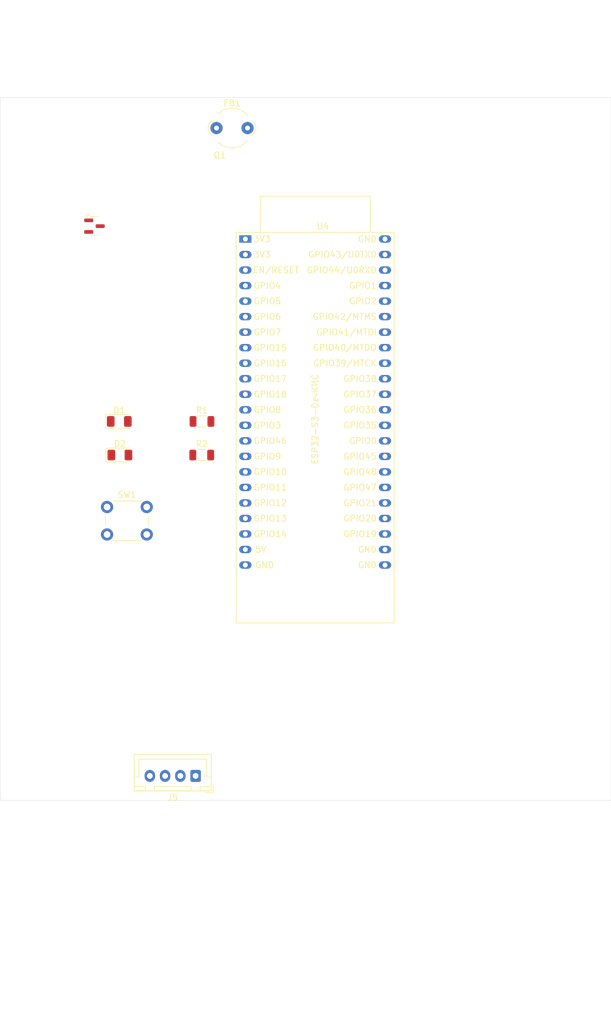
<source format=kicad_pcb>
(kicad_pcb (version 20241229) (generator "pcbnew") (generator_version "9.0")
  (layers (0 "F.Cu" signal) (2 "B.Cu" signal) (13 "F.Paste" user) (15 "B.Paste" user) (5 "F.SilkS" user "F.Silkscreen") (7 "B.SilkS" user "B.Silkscreen") (1 "F.Mask" user) (3 "B.Mask" user) (25 "Edge.Cuts" user) (2 "B.Cu" signal) (13 "F.Paste" user) (15 "B.Paste" user) (5 "F.SilkS" user "F.Silkscreen") (7 "B.SilkS" user "B.Silkscreen") (1 "F.Mask" user) (3 "B.Mask" user) (25 "Edge.Cuts" user))
  (net 0 "")
  (net 1 "Net-(D1-A)")
  (net 2 "GND")
  (net 3 "Net-(D2-A)")
  (net 8 "Net-(U4-GPIO9{slash}ADC1_CH8)")
  (net 9 "Net-(U4-GPIO10{slash}ADC1_CH9)")
  (net 10 "Net-(U4-GPIO11{slash}ADC2_CH0)")
  (net 25 "VCC")
  (footprint "Resistor_SMD:R_1206_3216Metric" (layer "F.Cu") (at 104.5375 92)
    (property "Reference" "R1" (at 0 -1.83 0) (layer "F.SilkS"))
    (property "Value" "330R")
    (fp_line (start -0.727064 -0.91) (end 0.727064 -0.91) (stroke (width 0.12)) (layer "F.SilkS"))
    (fp_line (start -0.727064 0.91) (end 0.727064 0.91) (stroke (width 0.12)) (layer "F.SilkS"))
    (pad "1" smd roundrect (at -1.4625 0) (size 1.125 1.75) (layers "F.Cu" "F.Mask" "F.Paste") (roundrect_rratio 0.222222) (net 8 "Net-(U4-GPIO9{slash}ADC1_CH8)"))
    (pad "2" smd roundrect (at 1.4625 0) (size 1.125 1.75) (layers "F.Cu" "F.Mask" "F.Paste") (roundrect_rratio 0.222222) (net 1 "Net-(D1-A)"))
  )
  (footprint "Button_Switch_THT:SW_PUSH_6mm" (layer "F.Cu") (at 89 106)
    (property "Reference" "SW1" (at 3.25 -2 0) (layer "F.SilkS"))
    (property "Value" "REP TEST")
    (fp_line (start -0.25 1.5) (end -0.25 3) (stroke (width 0.12)) (layer "F.SilkS"))
    (fp_line (start 1 5.5) (end 5.5 5.5) (stroke (width 0.12)) (layer "F.SilkS"))
    (fp_line (start 5.5 -1) (end 1 -1) (stroke (width 0.12)) (layer "F.SilkS"))
    (fp_line (start 6.75 3) (end 6.75 1.5) (stroke (width 0.12)) (layer "F.SilkS"))
    (pad "1" thru_hole circle (at 0 0 90) (size 2 2) (drill 1.1) (layers "*.Cu" "*.Mask") (net 10 "Net-(U4-GPIO11{slash}ADC2_CH0)"))
    (pad "1" thru_hole circle (at 6.5 0 90) (size 2 2) (drill 1.1) (layers "*.Cu" "*.Mask") (net 10 "Net-(U4-GPIO11{slash}ADC2_CH0)"))
    (pad "2" thru_hole circle (at 0 4.5 90) (size 2 2) (drill 1.1) (layers "*.Cu" "*.Mask") (net 2 "GND"))
    (pad "2" thru_hole circle (at 6.5 4.5 90) (size 2 2) (drill 1.1) (layers "*.Cu" "*.Mask") (net 2 "GND"))
  )
  (footprint "Resistor_SMD:R_1206_3216Metric" (layer "F.Cu") (at 104.5 97.5)
    (property "Reference" "R2" (at 0 -1.83 0) (layer "F.SilkS"))
    (property "Value" "330R")
    (fp_line (start -0.727064 -0.91) (end 0.727064 -0.91) (stroke (width 0.12)) (layer "F.SilkS"))
    (fp_line (start -0.727064 0.91) (end 0.727064 0.91) (stroke (width 0.12)) (layer "F.SilkS"))
    (pad "1" smd roundrect (at -1.4625 0) (size 1.125 1.75) (layers "F.Cu" "F.Mask" "F.Paste") (roundrect_rratio 0.222222) (net 9 "Net-(U4-GPIO10{slash}ADC1_CH9)"))
    (pad "2" smd roundrect (at 1.4625 0) (size 1.125 1.75) (layers "F.Cu" "F.Mask" "F.Paste") (roundrect_rratio 0.222222) (net 3 "Net-(D2-A)"))
  )
  (footprint "Connector_JST:JST_XH_B4B-XH-A_1x04_P2.50mm_Vertical" (layer "F.Cu") (at 103.5 150 180)
    (property "Reference" "J5" (at 3.75 -3.55 0) (layer "F.SilkS"))
    (property "Value" "Conn_01x04_Socket")
    (fp_line (start 10.06 3.51) (end 10.06 -2.46) (stroke (width 0.12)) (layer "F.SilkS"))
    (fp_line (start 10.06 -2.46) (end -2.56 -2.46) (stroke (width 0.12)) (layer "F.SilkS"))
    (fp_line (start 10.05 -0.2) (end 9.3 -0.2) (stroke (width 0.12)) (layer "F.SilkS"))
    (fp_line (start 10.05 -1.7) (end 10.05 -2.45) (stroke (width 0.12)) (layer "F.SilkS"))
    (fp_line (start 10.05 -2.45) (end 8.25 -2.45) (stroke (width 0.12)) (layer "F.SilkS"))
    (fp_line (start 9.3 2.75) (end 3.75 2.75) (stroke (width 0.12)) (layer "F.SilkS"))
    (fp_line (start 9.3 -0.2) (end 9.3 2.75) (stroke (width 0.12)) (layer "F.SilkS"))
    (fp_line (start 8.25 -1.7) (end 10.05 -1.7) (stroke (width 0.12)) (layer "F.SilkS"))
    (fp_line (start 8.25 -2.45) (end 8.25 -1.7) (stroke (width 0.12)) (layer "F.SilkS"))
    (fp_line (start 6.75 -1.7) (end 6.75 -2.45) (stroke (width 0.12)) (layer "F.SilkS"))
    (fp_line (start 6.75 -2.45) (end 0.75 -2.45) (stroke (width 0.12)) (layer "F.SilkS"))
    (fp_line (start 0.75 -1.7) (end 6.75 -1.7) (stroke (width 0.12)) (layer "F.SilkS"))
    (fp_line (start 0.75 -2.45) (end 0.75 -1.7) (stroke (width 0.12)) (layer "F.SilkS"))
    (fp_line (start -0.75 -1.7) (end -0.75 -2.45) (stroke (width 0.12)) (layer "F.SilkS"))
    (fp_line (start -0.75 -2.45) (end -2.55 -2.45) (stroke (width 0.12)) (layer "F.SilkS"))
    (fp_line (start -1.6 -2.75) (end -2.85 -2.75) (stroke (width 0.12)) (layer "F.SilkS"))
    (fp_line (start -1.8 2.75) (end 3.75 2.75) (stroke (width 0.12)) (layer "F.SilkS"))
    (fp_line (start -1.8 -0.2) (end -1.8 2.75) (stroke (width 0.12)) (layer "F.SilkS"))
    (fp_line (start -2.55 -0.2) (end -1.8 -0.2) (stroke (width 0.12)) (layer "F.SilkS"))
    (fp_line (start -2.55 -1.7) (end -0.75 -1.7) (stroke (width 0.12)) (layer "F.SilkS"))
    (fp_line (start -2.55 -2.45) (end -2.55 -1.7) (stroke (width 0.12)) (layer "F.SilkS"))
    (fp_line (start -2.56 3.51) (end 10.06 3.51) (stroke (width 0.12)) (layer "F.SilkS"))
    (fp_line (start -2.56 -2.46) (end -2.56 3.51) (stroke (width 0.12)) (layer "F.SilkS"))
    (fp_line (start -2.85 -2.75) (end -2.85 -1.5) (stroke (width 0.12)) (layer "F.SilkS"))
    (pad "1" thru_hole roundrect (at 0 0 180) (size 1.7 1.95) (drill 0.95) (layers "*.Cu" "*.Mask") (roundrect_rratio 0.147059))
    (pad "2" thru_hole oval (at 2.5 0 180) (size 1.7 1.95) (drill 0.95) (layers "*.Cu" "*.Mask"))
    (pad "3" thru_hole oval (at 5 0 180) (size 1.7 1.95) (drill 0.95) (layers "*.Cu" "*.Mask"))
    (pad "4" thru_hole oval (at 7.5 0 180) (size 1.7 1.95) (drill 0.95) (layers "*.Cu" "*.Mask"))
  )
  (footprint "Package_TO_SOT_SMD:SOT-23" (layer "F.Cu") (at 86.9375 60.05)
    (property "Reference" "Q1" (at 20.509668 -11.585 0) (layer "F.SilkS"))
    (property "Value" "MMBT3904")
    (fp_line (start 0 -1.56) (end -0.65 -1.56) (stroke (width 0.12)) (layer "F.SilkS"))
    (fp_line (start 0 -1.56) (end 0.65 -1.56) (stroke (width 0.12)) (layer "F.SilkS"))
    (fp_line (start 0 1.56) (end -0.65 1.56) (stroke (width 0.12)) (layer "F.SilkS"))
    (fp_line (start 0 1.56) (end 0.65 1.56) (stroke (width 0.12)) (layer "F.SilkS"))
    (fp_poly (pts (xy -1.1625 -1.51) (xy -1.4025 -1.84) (xy -0.9225 -1.84)) (stroke (width 0.12)) (fill yes) (layer "F.SilkS"))
    (pad "1" smd roundrect (at -0.9375 -0.95) (size 1.475 0.6) (layers "F.Cu" "F.Mask" "F.Paste"))
    (pad "2" smd roundrect (at -0.9375 0.95) (size 1.475 0.6) (layers "F.Cu" "F.Mask" "F.Paste"))
    (pad "3" smd roundrect (at 0.9375 0) (size 1.475 0.6) (layers "F.Cu" "F.Mask" "F.Paste"))
  )
  (footprint "LED_SMD:LED_1206_3216Metric" (layer "F.Cu") (at 91.1 97.5)
    (property "Reference" "D2" (at 0 -1.83 0) (layer "F.SilkS"))
    (property "Value" "RED")
    (fp_line (start -2.285 -1.135) (end -2.285 1.135) (stroke (width 0.12)) (layer "F.SilkS"))
    (fp_line (start -2.285 1.135) (end 1.6 1.135) (stroke (width 0.12)) (layer "F.SilkS"))
    (fp_line (start 1.6 -1.135) (end -2.285 -1.135) (stroke (width 0.12)) (layer "F.SilkS"))
    (pad "1" smd roundrect (at -1.4 0) (size 1.25 1.75) (layers "F.Cu" "F.Mask" "F.Paste") (roundrect_rratio 0.2) (net 2 "GND"))
    (pad "2" smd roundrect (at 1.4 0) (size 1.25 1.75) (layers "F.Cu" "F.Mask" "F.Paste") (roundrect_rratio 0.2) (net 3 "Net-(D2-A)"))
  )
  (footprint "PCM_Espressif:ESP32-S3-DevKitC" (layer "F.Cu") (at 111.64 62.16)
    (property "Reference" "U4" (at 12.7 -2.1 0) (at 12.7 -2.1 0) (layer "F.SilkS"))
    (property "Value" "ESP32-S3-DevKitC" (at 11.42632 29.46128 90) (at 11.42632 29.46128 90) (layer "F.SilkS"))
    (fp_line (start -1.5 62.79728) (end 24.359999 62.79728) (stroke (width 0.12)) (layer "F.SilkS"))
    (fp_line (start -1.499999 -1.1) (end -1.5 62.79728) (stroke (width 0.12)) (layer "F.SilkS"))
    (fp_line (start 2.46012 -7.01312) (end 20.44332 -7.01312) (stroke (width 0.12)) (layer "F.SilkS"))
    (fp_line (start 2.46012 -1.12032) (end 2.46012 -7.01312) (stroke (width 0.12)) (layer "F.SilkS"))
    (fp_line (start 20.44332 -7.01312) (end 20.44332 -1.12032) (stroke (width 0.12)) (layer "F.SilkS"))
    (fp_line (start 24.359999 62.79728) (end 24.36 -1.1) (stroke (width 0.12)) (layer "F.SilkS"))
    (fp_line (start 24.36 -1.1) (end -1.499999 -1.1) (stroke (width 0.12)) (layer "F.SilkS"))
    (fp_text user "GPIO48" (at 21.59 38.1 0) (layer "F.SilkS") (effects (justify right)))
    (fp_text user "GPIO17" (at 1.27 22.86 0) (layer "F.SilkS") (effects (justify left)))
    (fp_text user "GPIO15" (at 1.27 17.78 0) (layer "F.SilkS") (effects (justify left)))
    (fp_text user "GPIO0" (at 21.59 33.02 0) (layer "F.SilkS") (effects (justify right)))
    (fp_text user "GPIO43/U0TXD" (at 21.59 2.54 0) (layer "F.SilkS") (effects (justify right)))
    (fp_text user "GPIO20" (at 21.59 45.72 0) (layer "F.SilkS") (effects (justify right)))
    (fp_text user "GPIO13" (at 1.27 45.72 0) (layer "F.SilkS") (effects (justify left)))
    (fp_text user "GPIO14" (at 1.27 48.26 0) (layer "F.SilkS") (effects (justify left)))
    (fp_text user "3V3" (at 1.27 2.54 0) (layer "F.SilkS") (effects (justify left)))
    (fp_text user "GND" (at 21.59 53.34 0) (layer "F.SilkS") (effects (justify right)))
    (fp_text user "GPIO9" (at 1.27 35.56 0) (layer "F.SilkS") (effects (justify left)))
    (fp_text user "3V3" (at 1.27 0 0) (at 1.27 0 0) (layer "F.SilkS") (effects (justify left)))
    (fp_text user "GPIO7" (at 1.27 15.24 0) (layer "F.SilkS") (effects (justify left)))
    (fp_text user "GPIO44/U0RXD" (at 21.59 5.08 0) (layer "F.SilkS") (effects (justify right)))
    (fp_text user "GPIO11" (at 1.27 40.64 0) (layer "F.SilkS") (effects (justify left)))
    (fp_text user "GPIO39/MTCK" (at 21.59 20.32 0) (layer "F.SilkS") (effects (justify right)))
    (fp_text user "GPIO6" (at 1.27 12.7 0) (layer "F.SilkS") (effects (justify left)))
    (fp_text user "GPIO18" (at 1.27 25.4 0) (layer "F.SilkS") (effects (justify left)))
    (fp_text user "GPIO35" (at 21.59 30.48 0) (layer "F.SilkS") (effects (justify right)))
    (fp_text user "GPIO37" (at 21.59 25.4 0) (layer "F.SilkS") (effects (justify right)))
    (fp_text user "GPIO19" (at 21.59 48.26 0) (layer "F.SilkS") (effects (justify right)))
    (fp_text user "GPIO10" (at 1.27 38.1 0) (layer "F.SilkS") (effects (justify left)))
    (fp_text user "GND" (at 1.52032 53.33728 0) (layer "F.SilkS") (effects (justify left)))
    (fp_text user "GPIO3" (at 1.27 30.48 0) (layer "F.SilkS") (effects (justify left)))
    (fp_text user "GND" (at 21.59 0 0) (layer "F.SilkS") (effects (justify right)))
    (fp_text user "GPIO12" (at 1.27 43.18 0) (layer "F.SilkS") (effects (justify left)))
    (fp_text user "GPIO46" (at 1.27 33.02 0) (layer "F.SilkS") (effects (justify left)))
    (fp_text user "GPIO38" (at 21.59 22.86 0) (layer "F.SilkS") (effects (justify right)))
    (fp_text user "GPIO42/MTMS" (at 21.59 12.7 0) (layer "F.SilkS") (effects (justify right)))
    (fp_text user "GPIO45" (at 21.59 35.56 0) (layer "F.SilkS") (effects (justify right)))
    (fp_text user "GPIO16" (at 1.27 20.32 0) (layer "F.SilkS") (effects (justify left)))
    (fp_text user "GPIO40/MTDO" (at 21.59 17.78 0) (layer "F.SilkS") (effects (justify right)))
    (fp_text user "GPIO47" (at 21.59 40.64 0) (layer "F.SilkS") (effects (justify right)))
    (fp_text user "GPIO8" (at 1.27 27.94 0) (layer "F.SilkS") (effects (justify left)))
    (fp_text user "GPIO1" (at 21.59 7.62 0) (layer "F.SilkS") (effects (justify right)))
    (fp_text user "GPIO5" (at 1.27 10.16 0) (layer "F.SilkS") (effects (justify left)))
    (fp_text user "GPIO36" (at 21.59 27.94 0) (layer "F.SilkS") (effects (justify right)))
    (fp_text user "GND" (at 21.59 50.8 0) (layer "F.SilkS") (effects (justify right)))
    (fp_text user "GPIO4" (at 1.27 7.62 0) (layer "F.SilkS") (effects (justify left)))
    (fp_text user "5V" (at 1.52032 50.79728 0) (layer "F.SilkS") (effects (justify left)))
    (fp_text user "EN/RESET" (at 8.88632 5.07728 0) (layer "F.SilkS") (effects (justify right)))
    (fp_text user "GPIO41/MTDI" (at 21.59 15.24 0) (layer "F.SilkS") (effects (justify right)))
    (fp_text user "GPIO21" (at 21.59 43.18 0) (layer "F.SilkS") (effects (justify right)))
    (fp_text user "GPIO2" (at 21.59 10.16 0) (layer "F.SilkS") (effects (justify right)))
    (pad "1" thru_hole rect (at 0 0 270) (at 0 0 270) (size 1.2 2) (drill 0.8) (layers "*.Cu" "*.Mask") (net 25 "VCC"))
    (pad "2" thru_hole oval (at 0 2.54 270) (at 0 2.54 270) (size 1.2 2) (drill 0.8) (layers "*.Cu" "*.Mask") (net 25 "VCC"))
    (pad "3" thru_hole oval (at 0 5.08 270) (at 0 5.08 270) (size 1.2 2) (drill 0.8) (layers "*.Cu" "*.Mask"))
    (pad "4" thru_hole oval (at 0 7.62 270) (at 0 7.62 270) (size 1.2 2) (drill 0.8) (layers "*.Cu" "*.Mask"))
    (pad "5" thru_hole oval (at 0 10.16 270) (at 0 10.16 270) (size 1.2 2) (drill 0.8) (layers "*.Cu" "*.Mask"))
    (pad "6" thru_hole oval (at 0 12.7 270) (at 0 12.7 270) (size 1.2 2) (drill 0.8) (layers "*.Cu" "*.Mask"))
    (pad "7" thru_hole oval (at 0 15.24 270) (at 0 15.24 270) (size 1.2 2) (drill 0.8) (layers "*.Cu" "*.Mask"))
    (pad "8" thru_hole oval (at 0 17.78 270) (at 0 17.78 270) (size 1.2 2) (drill 0.8) (layers "*.Cu" "*.Mask"))
    (pad "9" thru_hole oval (at 0 20.32 270) (at 0 20.32 270) (size 1.2 2) (drill 0.8) (layers "*.Cu" "*.Mask"))
    (pad "10" thru_hole oval (at 0 22.86 270) (at 0 22.86 270) (size 1.2 2) (drill 0.8) (layers "*.Cu" "*.Mask"))
    (pad "11" thru_hole oval (at 0 25.4 270) (at 0 25.4 270) (size 1.2 2) (drill 0.8) (layers "*.Cu" "*.Mask"))
    (pad "12" thru_hole oval (at 0 27.94 270) (at 0 27.94 270) (size 1.2 2) (drill 0.8) (layers "*.Cu" "*.Mask"))
    (pad "13" thru_hole oval (at 0 30.48 270) (at 0 30.48 270) (size 1.2 2) (drill 0.8) (layers "*.Cu" "*.Mask"))
    (pad "14" thru_hole oval (at 0 33.02 270) (at 0 33.02 270) (size 1.2 2) (drill 0.8) (layers "*.Cu" "*.Mask"))
    (pad "15" thru_hole oval (at 0 35.56 270) (at 0 35.56 270) (size 1.2 2) (drill 0.8) (layers "*.Cu" "*.Mask") (net 8 "Net-(U4-GPIO9{slash}ADC1_CH8)"))
    (pad "16" thru_hole oval (at 0 38.1 270) (at 0 38.1 270) (size 1.2 2) (drill 0.8) (layers "*.Cu" "*.Mask") (net 9 "Net-(U4-GPIO10{slash}ADC1_CH9)"))
    (pad "17" thru_hole oval (at 0 40.64 270) (at 0 40.64 270) (size 1.2 2) (drill 0.8) (layers "*.Cu" "*.Mask") (net 10 "Net-(U4-GPIO11{slash}ADC2_CH0)"))
    (pad "18" thru_hole oval (at 0 43.18 270) (at 0 43.18 270) (size 1.2 2) (drill 0.8) (layers "*.Cu" "*.Mask"))
    (pad "19" thru_hole oval (at 0 45.72 270) (at 0 45.72 270) (size 1.2 2) (drill 0.8) (layers "*.Cu" "*.Mask"))
    (pad "20" thru_hole oval (at -0.00368 48.25728 270) (at -0.00368 48.25728 270) (size 1.2 2) (drill 0.8) (layers "*.Cu" "*.Mask"))
    (pad "21" thru_hole oval (at -0.00368 50.79728 270) (at -0.00368 50.79728 270) (size 1.2 2) (drill 0.8) (layers "*.Cu" "*.Mask"))
    (pad "22" thru_hole oval (at -0.00368 53.33728 270) (at -0.00368 53.33728 270) (size 1.2 2) (drill 0.8) (layers "*.Cu" "*.Mask") (net 2 "GND"))
    (pad "23" thru_hole oval (at 22.86 53.34 270) (at 22.86 53.34 270) (size 1.2 2) (drill 0.8) (layers "*.Cu" "*.Mask") (net 2 "GND"))
    (pad "24" thru_hole oval (at 22.86 50.8 270) (at 22.86 50.8 270) (size 1.2 2) (drill 0.8) (layers "*.Cu" "*.Mask") (net 2 "GND"))
    (pad "25" thru_hole oval (at 22.86 48.26 270) (at 22.86 48.26 270) (size 1.2 2) (drill 0.8) (layers "*.Cu" "*.Mask"))
    (pad "26" thru_hole oval (at 22.86 45.72 270) (at 22.86 45.72 270) (size 1.2 2) (drill 0.8) (layers "*.Cu" "*.Mask"))
    (pad "27" thru_hole oval (at 22.86 43.18 270) (at 22.86 43.18 270) (size 1.2 2) (drill 0.8) (layers "*.Cu" "*.Mask"))
    (pad "28" thru_hole oval (at 22.86 40.64 270) (at 22.86 40.64 270) (size 1.2 2) (drill 0.8) (layers "*.Cu" "*.Mask"))
    (pad "29" thru_hole oval (at 22.86 38.1 270) (at 22.86 38.1 270) (size 1.2 2) (drill 0.8) (layers "*.Cu" "*.Mask"))
    (pad "30" thru_hole oval (at 22.86 35.56 270) (at 22.86 35.56 270) (size 1.2 2) (drill 0.8) (layers "*.Cu" "*.Mask"))
    (pad "31" thru_hole oval (at 22.86 33.02 270) (at 22.86 33.02 270) (size 1.2 2) (drill 0.8) (layers "*.Cu" "*.Mask"))
    (pad "32" thru_hole oval (at 22.86 30.48 270) (at 22.86 30.48 270) (size 1.2 2) (drill 0.8) (layers "*.Cu" "*.Mask"))
    (pad "33" thru_hole oval (at 22.86 27.94 270) (at 22.86 27.94 270) (size 1.2 2) (drill 0.8) (layers "*.Cu" "*.Mask"))
    (pad "34" thru_hole oval (at 22.86 25.4 270) (at 22.86 25.4 270) (size 1.2 2) (drill 0.8) (layers "*.Cu" "*.Mask"))
    (pad "35" thru_hole oval (at 22.86 22.86 270) (at 22.86 22.86 270) (size 1.2 2) (drill 0.8) (layers "*.Cu" "*.Mask"))
    (pad "36" thru_hole oval (at 22.86 20.32 270) (at 22.86 20.32 270) (size 1.2 2) (drill 0.8) (layers "*.Cu" "*.Mask"))
    (pad "37" thru_hole oval (at 22.86 17.78 270) (at 22.86 17.78 270) (size 1.2 2) (drill 0.8) (layers "*.Cu" "*.Mask"))
    (pad "38" thru_hole oval (at 22.86 15.24 270) (at 22.86 15.24 270) (size 1.2 2) (drill 0.8) (layers "*.Cu" "*.Mask"))
    (pad "39" thru_hole oval (at 22.86 12.7 270) (at 22.86 12.7 270) (size 1.2 2) (drill 0.8) (layers "*.Cu" "*.Mask"))
    (pad "40" thru_hole oval (at 22.86 10.16 270) (at 22.86 10.16 270) (size 1.2 2) (drill 0.8) (layers "*.Cu" "*.Mask"))
    (pad "41" thru_hole oval (at 22.86 7.62 270) (at 22.86 7.62 270) (size 1.2 2) (drill 0.8) (layers "*.Cu" "*.Mask"))
    (pad "42" thru_hole oval (at 22.86 5.08 270) (at 22.86 5.08 270) (size 1.2 2) (drill 0.8) (layers "*.Cu" "*.Mask"))
    (pad "43" thru_hole oval (at 22.86 2.54 270) (at 22.86 2.54 270) (size 1.2 2) (drill 0.8) (layers "*.Cu" "*.Mask"))
    (pad "44" thru_hole oval (at 22.86 0 270) (at 22.86 0 270) (size 1.2 2) (drill 0.8) (layers "*.Cu" "*.Mask") (net 2 "GND"))
  )
  (footprint "LED_SMD:LED_1206_3216Metric" (layer "F.Cu") (at 91 92)
    (property "Reference" "D1" (at 0 -1.83 0) (layer "F.SilkS"))
    (property "Value" "GREEN")
    (fp_line (start -2.285 -1.135) (end -2.285 1.135) (stroke (width 0.12)) (layer "F.SilkS"))
    (fp_line (start -2.285 1.135) (end 1.6 1.135) (stroke (width 0.12)) (layer "F.SilkS"))
    (fp_line (start 1.6 -1.135) (end -2.285 -1.135) (stroke (width 0.12)) (layer "F.SilkS"))
    (pad "1" smd roundrect (at -1.4 0) (size 1.25 1.75) (layers "F.Cu" "F.Mask" "F.Paste") (roundrect_rratio 0.2) (net 2 "GND"))
    (pad "2" smd roundrect (at 1.4 0) (size 1.25 1.75) (layers "F.Cu" "F.Mask" "F.Paste") (roundrect_rratio 0.2) (net 1 "Net-(D1-A)"))
  )
  (footprint "Ferrite_THT:LairdTech_28C0236-0JW-10" (layer "F.Cu") (at 106.92 44)
    (property "Reference" "FB1" (at 2.54 -4.064 0) (layer "F.SilkS"))
    (property "Value" "FerriteBead")
    (fp_arc (start -0.508 1.27) (mid -1.367832 0) (end -0.508 -1.27) (stroke (width 0.12)) (layer "F.SilkS"))
    (fp_arc (start 0.239932 -2.300068) (mid 2.71988 -3.24781) (end 5.08 -2.032) (stroke (width 0.12)) (layer "F.SilkS"))
    (fp_arc (start 5.064465 2.019572) (mid 2.71878 3.227946) (end 0.254 2.286) (stroke (width 0.12)) (layer "F.SilkS"))
    (fp_arc (start 5.588 -1.27) (mid 6.447832 0) (end 5.588 1.27) (stroke (width 0.12)) (layer "F.SilkS"))
    (pad "1" thru_hole circle (at 0 0) (size 2 2) (drill 0.8) (layers "*.Cu" "*.Mask"))
    (pad "2" thru_hole circle (at 5.08 0) (size 2 2) (drill 0.8) (layers "*.Cu" "*.Mask"))
  )
  (gr_rect (start 71.5 39) (end 171.5 154) (stroke (width 0.05)) (fill no) (layer "Edge.Cuts"))
)
</source>
